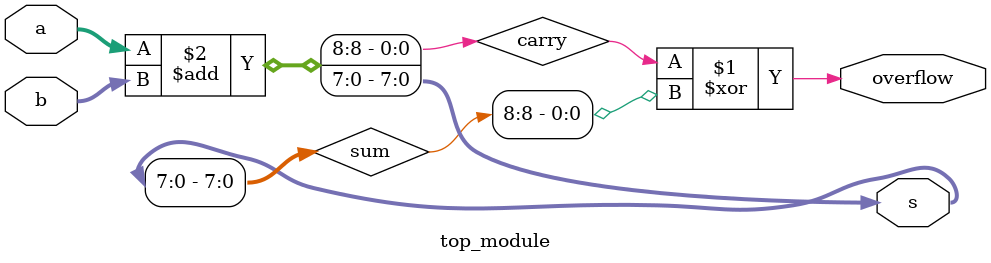
<source format=sv>
module top_module (
	input [7:0] a,
	input [7:0] b,
	output [7:0] s,
	output overflow
);

	// Declare internal signals
	wire signed [8:0] sum; // Sum of a and b (including carry bit)
	wire carry; // Carry out of the most significant bit
	
	// Assign outputs
	assign s = sum[7:0]; // Output the lower 8 bits of the sum
	assign overflow = carry ^ sum[8]; // Output overflow as the XOR of the carry and MSB
	
	// Perform the addition operation
	assign {carry, sum[7:0]} = a + b; // Add a and b

endmodule

</source>
